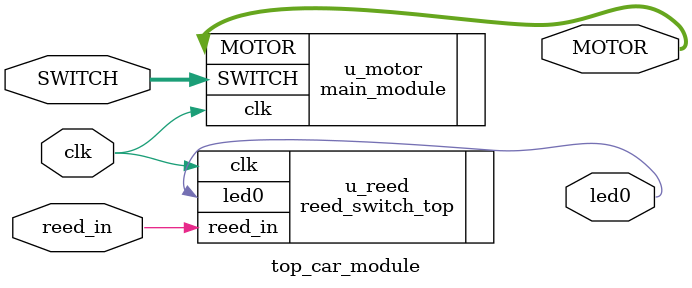
<source format=v>
`timescale 1ns / 1ps

module top_car_module(
    input wire clk,
    input wire [2:0] SWITCH,
    input wire reed_in,
    output wire [2:0] MOTOR,
    output wire led0
    );
    
    main_module u_motor(
    .clk(clk),
    .SWITCH(SWITCH),
    .MOTOR(MOTOR)
    );
    
    reed_switch_top u_reed(
    .clk(clk),
    .reed_in(reed_in),
    .led0(led0)
    );
    
endmodule

</source>
